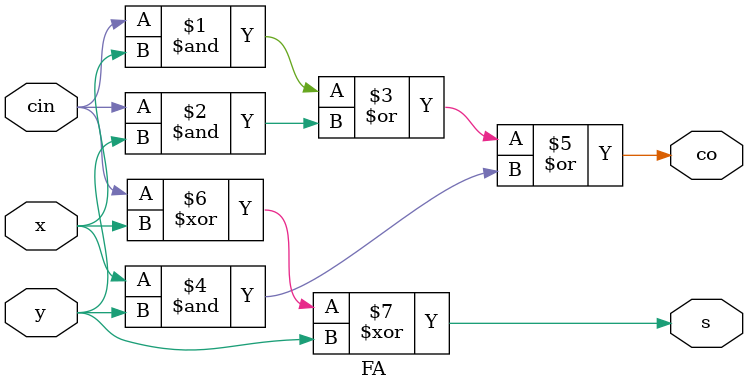
<source format=v>
module part2(SW, LEDR);	
	// input switches and output LEDs
	input [9:0] SW;
	output [9:0] LEDR;
	
	// wires for carry bits
	wire w0, w1, w2;
	
	// Ripple carry adder module = 4 full adders connected by wires w0,w1,w2
	FA A0(.cin(SW[8]), .x(SW[4]), .y(SW[0]), .co(w0), .s(LEDR[0]));
	FA A1(.cin(w0), .x(SW[5]), .y(SW[1]), .co(w1), .s(LEDR[1]));
	FA A2(.cin(w1), .x(SW[6]), .y(SW[2]), .co(w2), .s(LEDR[2]));
	FA A3(.cin(w2), .x(SW[7]), .y(SW[3]), .co(LEDR[9]), .s(LEDR[3]));
endmodule

// Full Adder module
module FA(input cin,x,y, output co,s);
	assign co = cin&x | cin&y | x&y; // carry bit
	assign s = (cin^x)^y; //sum bit
endmodule


</source>
